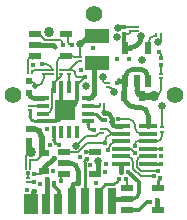
<source format=gbr>
G04 EasyPC Gerber Version 21.0.3 Build 4286 *
G04 #@! TF.Part,Single*
G04 #@! TF.FileFunction,Copper,L1,Top *
G04 #@! TF.FilePolarity,Positive *
%FSLAX35Y35*%
%MOIN*%
G04 #@! TA.AperFunction,SMDPad*
%ADD138R,0.00787X0.01181*%
%ADD111R,0.01200X0.01200*%
%ADD136R,0.01378X0.04134*%
%ADD142R,0.02362X0.04331*%
%ADD72R,0.02400X0.03500*%
%ADD145R,0.02500X0.07000*%
%ADD141R,0.02500X0.09000*%
%ADD144R,0.04500X0.07000*%
%ADD137R,0.07087X0.07087*%
G04 #@! TD.AperFunction*
%ADD106C,0.00300*%
%ADD80C,0.00600*%
%ADD22C,0.00800*%
%ADD25C,0.01000*%
%ADD23C,0.01100*%
%ADD71C,0.01200*%
%ADD148C,0.01300*%
%ADD20C,0.01600*%
G04 #@! TA.AperFunction,ViaPad*
%ADD146C,0.01700*%
G04 #@! TD.AperFunction*
%ADD81C,0.01800*%
%ADD118C,0.02000*%
%ADD149C,0.02300*%
G04 #@! TA.AperFunction,ViaPad*
%ADD18C,0.02600*%
%ADD147C,0.03400*%
G04 #@! TA.AperFunction,WasherPad*
%ADD134C,0.05500*%
G04 #@! TA.AperFunction,SMDPad*
%ADD139R,0.01181X0.00787*%
%ADD135R,0.04134X0.01378*%
%ADD143R,0.05984X0.01496*%
%ADD29R,0.02400X0.02000*%
%ADD114R,0.04134X0.02165*%
%ADD110R,0.03500X0.02400*%
%ADD140R,0.07874X0.04528*%
X0Y0D02*
D02*
D18*
X25862Y24250D03*
X27284Y58150D03*
X29084Y44050D03*
X33084Y19150D03*
X34784Y47139D03*
X38384Y42250D03*
X39584Y60550D03*
X39884Y63550D03*
X47684Y60750D03*
X47784Y52750D03*
X53284Y58750D03*
X54584Y37450D03*
D02*
D71*
X19884Y4750D02*
G75*
G03X20084Y4950J200D01*
G01*
Y9050*
X18384Y10750*
Y11950*
X41984Y61450D02*
Y57315D01*
G75*
G03X42341Y56959I357*
G01*
X41984Y63850D02*
X40184D01*
G75*
G03X39884Y63550J-300*
G01*
X42866Y2810D02*
X46944D01*
X49484Y5350*
X50684*
D02*
D20*
X10884Y4750D02*
Y7450D01*
X11684Y8250*
Y8850*
X11984Y9150*
X12166Y57750D02*
X18284D01*
G75*
G02X18984Y57050J-700*
G01*
X14804Y40089D02*
X11846D01*
G75*
G02X10184Y41750J1661*
G01*
X15284Y15850D02*
Y17050D01*
X18384Y20150*
X15584Y4750D02*
X15884D01*
X16084D02*
Y13250D01*
X32984Y60878D02*
X30012D01*
X27284Y58150*
X40974Y18149D02*
Y15740D01*
X40784Y15550*
X40974Y30748D02*
X39187D01*
G75*
G02X37784Y32150J1402*
G01*
Y33250*
G75*
G03X35784Y35250I-2000*
G01*
X35162*
G75*
G02X35084Y35328J78*
G01*
X42341Y45935D02*
X40269D01*
G75*
G03X39584Y45250J-685*
G01*
X52884Y2950D02*
Y6050D01*
D02*
D22*
X9195Y16962D02*
Y19262D01*
Y20561*
G75*
G02X10784Y22150I1589*
G01*
X9772Y13639D02*
X9784Y15050D01*
X10184Y45750D02*
X10584D01*
G75*
G02X12284Y44050J-1700*
G01*
X10573Y16962D02*
Y19262D01*
Y19450*
X12884*
X15284Y21850*
X11884Y12300D02*
X9823D01*
G75*
G03X9772Y12261I-6J-45*
G01*
X11884Y14700D02*
X14134D01*
X15284Y15850*
X14743Y32350D02*
G75*
G03X14804Y32411J61D01*
G01*
X14784Y15350D02*
G75*
G03X15284Y15850J500D01*
G01*
X14804Y34970D02*
X15884D01*
G75*
G03X17784Y36870J1900*
G01*
Y43169*
G75*
G02X18346Y43730I561*
G01*
X18446*
X14804Y37530D02*
X10494D01*
G75*
G02X10472Y37539I-6J15*
G01*
X15272Y48161D02*
X15284Y47050D01*
G75*
G02X12284Y44050I-3000*
G01*
X17972Y48161D02*
X15272D01*
X19484Y46050D02*
X18446Y45011D01*
Y43730*
X20984Y12550D02*
Y13928D01*
G75*
G02X21866Y14810I882*
G01*
X20996Y48161D02*
X20984Y47550D01*
X19484Y46050*
X21866Y22290D02*
Y22150D01*
X26684*
X29544Y25010*
X35384*
Y25150*
X22402Y54010D02*
X21544D01*
G75*
G03X19484Y51950J-2060*
G01*
Y46050*
X23672Y48161D02*
X23684Y43851D01*
X23564Y43730*
X23672Y49539D02*
X24495D01*
G75*
G02X25684Y48350J-1189*
G01*
Y48050*
G75*
G03X26684Y47050I1000*
G01*
X28695*
G75*
G03X28784Y47139J89*
G01*
X23672Y49539D02*
X20996D01*
X26123Y43730D02*
Y44478D01*
X28784Y47139*
X26162Y24550D02*
G75*
G03X25862Y24250J-300D01*
G01*
X27272Y52561D02*
X26706D01*
X23672Y49539*
X27272Y53939D02*
X27284Y58150D01*
X27272Y53939D02*
X22457Y54065D01*
X22402Y54010*
X34496Y28361D02*
X33495D01*
X32684Y27550*
X29162*
X25862Y24250*
X34496Y29739D02*
X36203D01*
X37782Y28160*
X35173Y37738D02*
Y35417D01*
G75*
G02X35084Y35328I-89*
G01*
X35384Y25150D02*
Y25528D01*
G75*
G02X37782Y28160I2850J-188*
G01*
X36572Y43661D02*
X36973D01*
G75*
G02X38384Y42250J-1411*
G01*
X36572Y45039D02*
X35984D01*
G75*
G02X34784Y46239J1200*
G01*
Y47139*
X37782Y28160D02*
G75*
G02X38384Y28228I603J-2632D01*
G01*
X40974*
X39984Y33250D02*
X43184D01*
G75*
G02X45584Y30850J-2400*
G01*
Y30250*
G75*
G03X47684Y28150I2100*
G01*
X49912*
G75*
G03X49990Y28228J78*
G01*
X40974Y25708D02*
X39543D01*
G75*
G03X36584Y22750J-2958*
G01*
X41984Y61450D02*
X42973D01*
G75*
G03X44096Y62561I6J1117*
G01*
X42866Y10290D02*
Y12868D01*
G75*
G03X42584Y13150I-282*
G01*
X44096Y62561D02*
X46196D01*
X44096Y63939D02*
X42073D01*
G75*
G03X41984Y63850J-89*
G01*
X45584Y21850D02*
X44246Y23189D01*
X40974*
X45584Y24250D02*
Y24808D01*
G75*
G02X46484Y25708I900*
G01*
X49990*
X46196Y63939D02*
X44096D01*
X49821Y56959D02*
Y58276D01*
G75*
G02X52695Y61138I2868J-6*
G01*
X49990Y23189D02*
X54284D01*
X51884Y14050D02*
X47384D01*
X44884Y16550*
Y18869*
G75*
G03X43084Y20669I-1800*
G01*
X40974*
X53084Y15850D02*
X47484D01*
X46184Y17150*
Y19150*
G75*
G02X47703Y20669I1519*
G01*
X49990*
X53102Y2810D02*
Y2950D01*
X52884*
X54073Y61138D02*
Y59539D01*
G75*
G02X53284Y58750I-789*
G01*
X54284Y51000D02*
X54296Y48039D01*
X54284Y53400D02*
Y54650D01*
G75*
G03X53384Y55550I-900*
G01*
X54296Y46661D02*
X54284Y43150D01*
G75*
G02X51884Y40750I-2400*
G01*
X54572Y28961D02*
X54584Y27508D01*
G75*
G02X52784Y25708I-1800*
G01*
X49990*
X54572Y30339D02*
X54584Y37450D01*
D02*
D23*
X40974Y18149D02*
Y18250D01*
X40784*
X49990Y18149D02*
Y18250D01*
X54284*
D02*
D25*
X10472Y36161D02*
X10484Y33950D01*
G75*
G03X12084Y32350I1600*
G01*
X14743*
X18446Y28770D02*
Y26189D01*
G75*
G03X20084Y24550I1639*
G01*
X28784Y8650D02*
Y5872D01*
G75*
G03X28918Y5738I133*
G01*
X28784*
Y18850*
G75*
G02X29684Y19750I771J129*
G01*
Y19650*
X29584*
Y19750*
Y19917D02*
Y19750D01*
X29765Y32411D02*
Y31370D01*
G75*
G03X31784Y29350I2020*
G01*
X29765Y34970D02*
X32484D01*
X34505Y32950*
X35684*
X29765Y37530D02*
X33575D01*
X33418Y5738D02*
Y9283D01*
X35584Y11450*
X38384*
G75*
G03X40084Y13150J1700*
G01*
X53102Y10290D02*
Y12568D01*
X53984Y13450*
D02*
D29*
X10184Y25850D03*
Y29850D03*
Y41750D03*
Y45750D03*
D02*
D72*
X41984Y40750D03*
X47984D03*
D02*
D80*
X9895Y48862D02*
X9984Y48850D01*
Y52950*
G75*
G02X11073Y54039I1089*
G01*
X12137*
X12166Y54010*
Y61490D02*
X13484D01*
X14384Y51350D02*
X16173D01*
G75*
G02X17972Y49539I-6J-1805*
G01*
X15069Y49550D02*
X15272Y49539D01*
X11962*
G75*
G03X11273Y48862I-6J-683*
G01*
X17972Y49539D02*
X15272D01*
X21484Y57850D02*
G75*
G02X21384Y57950J100D01*
G01*
Y58350*
G75*
G03X20184Y59550I-1200*
G01*
X15584*
X13644Y61490*
X12166*
X21866Y22290D02*
X22644D01*
X22402Y61490D02*
X23184D01*
Y59050*
G75*
G03X24384Y57850I1200*
G01*
X32102Y22290D02*
X29084D01*
X33575Y37530D02*
G75*
G03X33795Y37738I6J215D01*
G01*
X35084Y25150D02*
X35384D01*
D02*
D81*
X21866Y18550D02*
X23884D01*
G75*
G02X26584Y15850J-2700*
G01*
Y11950*
X24418Y5738D02*
Y9783D01*
G75*
G02X26584Y11950I2167*
G01*
X29765Y40089D02*
X30223D01*
G75*
G03X31784Y41650J1561*
G01*
Y50622*
G75*
G02X32984Y51822I1200*
G01*
X32102Y14810D02*
X32244D01*
G75*
G03X33084Y15650J840*
G01*
Y19150*
X41984Y40750D02*
Y45578D01*
G75*
G02X42341Y45935I357*
G01*
Y56959D02*
X43893D01*
G75*
G03X47684Y60750J3791*
G01*
X42866Y6550D02*
X38730D01*
G75*
G03X37918Y5738J-812*
G01*
X46081Y45935D02*
Y42653D01*
G75*
G03X47984Y40750I1903*
G01*
X49821Y45935D02*
Y47313D01*
G75*
G03X47384Y49750I-2437*
G01*
X44984*
G75*
G03X42341Y47107J-2643*
G01*
Y45935*
X49990Y30748D02*
Y34244D01*
G75*
G03X47084Y37150I-2906*
G01*
X45584*
G75*
G02X41984Y40750J3600*
G01*
D02*
D106*
X12166Y54010D02*
X11844D01*
X11084Y53250*
D02*
D110*
X15284Y15850D03*
Y21850D03*
D02*
D111*
X11884Y12300D03*
Y14700D03*
X41984Y61450D03*
Y63850D03*
X54284Y51000D03*
Y53400D03*
D02*
D114*
X12166Y54010D03*
Y57750D03*
Y61490D03*
X21866Y14810D03*
Y18550D03*
Y22290D03*
X22402Y54010D03*
Y61490D03*
X32102Y14810D03*
Y22290D03*
X42866Y2810D03*
Y6550D03*
Y10290D03*
X53102Y2810D03*
Y10290D03*
D02*
D118*
X10184Y25850D02*
Y22750D01*
X10784Y22150*
X10184Y29850D02*
X11984D01*
G75*
G02X14284Y27550J-2300*
G01*
X12284Y44050D03*
X15284Y21850D02*
X14684D01*
Y27150*
X14284Y27550*
D02*
D134*
X4784Y41250D03*
X31784Y68250D03*
X58784Y41250D03*
D02*
D135*
X14804Y32411D03*
Y34970D03*
Y37530D03*
Y40089D03*
X29765Y32411D03*
Y34970D03*
Y37530D03*
Y40089D03*
D02*
D136*
X18446Y28770D03*
Y43730D03*
X21005Y28770D03*
Y43730D03*
X23564Y28770D03*
Y43730D03*
X26123Y28770D03*
Y43730D03*
D02*
D137*
X22284Y36250D03*
D02*
D138*
X9195Y16962D03*
Y19262D03*
X9895Y48862D03*
X10573Y16962D03*
Y19262D03*
X11273Y48862D03*
X33795Y37738D03*
X35173D03*
X52695Y61138D03*
X54073D03*
D02*
D139*
X9772Y12261D03*
Y13639D03*
X10472Y36161D03*
Y37539D03*
X15272Y48161D03*
Y49539D03*
X17972Y48161D03*
Y49539D03*
X20996Y48161D03*
Y49539D03*
X23672Y48161D03*
Y49539D03*
X27272Y52561D03*
Y53939D03*
X34496Y28361D03*
Y29739D03*
X36572Y43661D03*
Y45039D03*
X44096Y62561D03*
Y63939D03*
X46196Y62561D03*
Y63939D03*
X54296Y46661D03*
Y48039D03*
X54572Y28961D03*
Y30339D03*
D02*
D140*
X32984Y51822D03*
Y60878D03*
D02*
D141*
X24418Y5738D03*
X28918D03*
X33418D03*
X37918D03*
D02*
D142*
X42341Y45935D03*
Y56959D03*
X46081Y45935D03*
X49821D03*
Y56959D03*
D02*
D143*
X40974Y18149D03*
Y20669D03*
Y23189D03*
Y25708D03*
Y28228D03*
Y30748D03*
X49990Y18149D03*
Y20669D03*
Y23189D03*
Y25708D03*
Y28228D03*
Y30748D03*
D02*
D144*
X10884Y4750D03*
D02*
D145*
X15884D03*
X19884D03*
D02*
D146*
X9584Y9550D03*
X9784Y15050D03*
X11684Y51150D03*
X11984Y9150D03*
X13884Y11650D03*
X14284Y27550D03*
X14384Y51350D03*
X16084Y13250D03*
X16184Y29950D03*
X17084Y24550D03*
X18284Y15850D03*
X18384Y11950D03*
Y20150D03*
X18984Y57050D03*
X20084Y24550D03*
X20984Y12550D03*
X21484Y57850D03*
X24384D03*
X26584Y11950D03*
X27284Y20350D03*
X27584Y49450D03*
X28784Y47139D03*
X29084Y22290D03*
X29584Y19750D03*
X30684Y17750D03*
X31484Y56950D03*
X31784Y29350D03*
X32684Y11950D03*
X35084Y35328D03*
X35384Y25150D03*
X35484Y15650D03*
X35684Y32950D03*
X35784Y18050D03*
X36584Y22750D03*
X39584Y45250D03*
Y53050D03*
X39984Y33250D03*
X40084Y13150D03*
X40784Y15550D03*
X42584Y13150D03*
X43284Y15650D03*
X43484Y53050D03*
X45584Y21850D03*
Y24250D03*
X50684Y5350D03*
X51884Y14050D03*
X52884Y6050D03*
X53084Y15850D03*
X53384Y55550D03*
X53984Y13450D03*
X54284Y18250D03*
Y20750D03*
Y23189D03*
D02*
D147*
X10784Y22150D03*
X16784Y62250D03*
X51884Y40750D03*
D02*
D148*
X14804Y32411D02*
X18446D01*
G75*
G03X22284Y36250J3839*
G01*
X21005Y43730D02*
Y37530D01*
G75*
G03X22284Y36250I1280*
G01*
X22684*
G75*
G03X26084Y39650J3400*
G01*
Y43669*
G75*
G03X26123Y43707J39*
G01*
Y43730*
X42866Y6550D02*
X44784D01*
G75*
G03X46884Y8650J2100*
G01*
Y12050*
X43284Y15650*
D02*
D149*
X47984Y40750D02*
X51884D01*
X0Y0D02*
M02*

</source>
